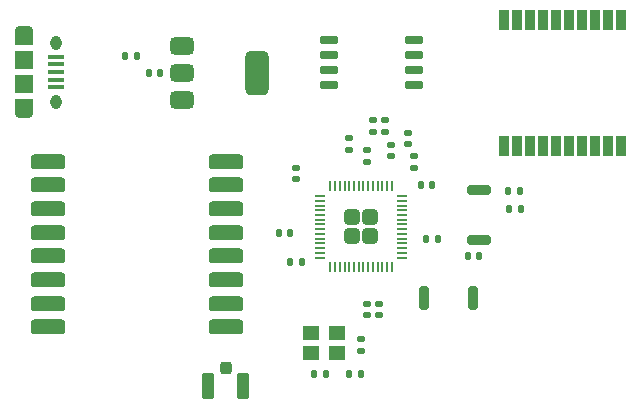
<source format=gbr>
%TF.GenerationSoftware,KiCad,Pcbnew,8.0.4*%
%TF.CreationDate,2024-08-04T16:14:02-04:00*%
%TF.ProjectId,board,626f6172-642e-46b6-9963-61645f706362,rev?*%
%TF.SameCoordinates,Original*%
%TF.FileFunction,Paste,Top*%
%TF.FilePolarity,Positive*%
%FSLAX46Y46*%
G04 Gerber Fmt 4.6, Leading zero omitted, Abs format (unit mm)*
G04 Created by KiCad (PCBNEW 8.0.4) date 2024-08-04 16:14:02*
%MOMM*%
%LPD*%
G01*
G04 APERTURE LIST*
G04 Aperture macros list*
%AMRoundRect*
0 Rectangle with rounded corners*
0 $1 Rounding radius*
0 $2 $3 $4 $5 $6 $7 $8 $9 X,Y pos of 4 corners*
0 Add a 4 corners polygon primitive as box body*
4,1,4,$2,$3,$4,$5,$6,$7,$8,$9,$2,$3,0*
0 Add four circle primitives for the rounded corners*
1,1,$1+$1,$2,$3*
1,1,$1+$1,$4,$5*
1,1,$1+$1,$6,$7*
1,1,$1+$1,$8,$9*
0 Add four rect primitives between the rounded corners*
20,1,$1+$1,$2,$3,$4,$5,0*
20,1,$1+$1,$4,$5,$6,$7,0*
20,1,$1+$1,$6,$7,$8,$9,0*
20,1,$1+$1,$8,$9,$2,$3,0*%
G04 Aperture macros list end*
%ADD10RoundRect,0.200000X0.800000X-0.200000X0.800000X0.200000X-0.800000X0.200000X-0.800000X-0.200000X0*%
%ADD11RoundRect,0.140000X-0.170000X0.140000X-0.170000X-0.140000X0.170000X-0.140000X0.170000X0.140000X0*%
%ADD12RoundRect,0.135000X-0.185000X0.135000X-0.185000X-0.135000X0.185000X-0.135000X0.185000X0.135000X0*%
%ADD13RoundRect,0.200000X0.200000X0.800000X-0.200000X0.800000X-0.200000X-0.800000X0.200000X-0.800000X0*%
%ADD14RoundRect,0.140000X0.140000X0.170000X-0.140000X0.170000X-0.140000X-0.170000X0.140000X-0.170000X0*%
%ADD15RoundRect,0.140000X0.170000X-0.140000X0.170000X0.140000X-0.170000X0.140000X-0.170000X-0.140000X0*%
%ADD16RoundRect,0.135000X-0.135000X-0.185000X0.135000X-0.185000X0.135000X0.185000X-0.135000X0.185000X0*%
%ADD17RoundRect,0.317500X-1.157500X-0.317500X1.157500X-0.317500X1.157500X0.317500X-1.157500X0.317500X0*%
%ADD18RoundRect,0.140000X-0.140000X-0.170000X0.140000X-0.170000X0.140000X0.170000X-0.140000X0.170000X0*%
%ADD19RoundRect,0.375000X-0.625000X-0.375000X0.625000X-0.375000X0.625000X0.375000X-0.625000X0.375000X0*%
%ADD20RoundRect,0.500000X-0.500000X-1.400000X0.500000X-1.400000X0.500000X1.400000X-0.500000X1.400000X0*%
%ADD21RoundRect,0.150000X-0.650000X-0.150000X0.650000X-0.150000X0.650000X0.150000X-0.650000X0.150000X0*%
%ADD22O,1.550000X0.890000*%
%ADD23O,0.950000X1.250000*%
%ADD24R,1.350000X0.400000*%
%ADD25R,1.550000X1.200000*%
%ADD26R,1.550000X1.500000*%
%ADD27R,0.900000X1.800000*%
%ADD28RoundRect,0.249999X-0.395001X-0.395001X0.395001X-0.395001X0.395001X0.395001X-0.395001X0.395001X0*%
%ADD29RoundRect,0.050000X-0.387500X-0.050000X0.387500X-0.050000X0.387500X0.050000X-0.387500X0.050000X0*%
%ADD30RoundRect,0.050000X-0.050000X-0.387500X0.050000X-0.387500X0.050000X0.387500X-0.050000X0.387500X0*%
%ADD31R,1.400000X1.200000*%
%ADD32RoundRect,0.135000X0.135000X0.185000X-0.135000X0.185000X-0.135000X-0.185000X0.135000X-0.185000X0*%
%ADD33RoundRect,0.250000X-0.250000X0.275000X-0.250000X-0.275000X0.250000X-0.275000X0.250000X0.275000X0*%
%ADD34RoundRect,0.250000X-0.275000X0.850000X-0.275000X-0.850000X0.275000X-0.850000X0.275000X0.850000X0*%
G04 APERTURE END LIST*
D10*
%TO.C,SW1*%
X82000000Y-51100000D03*
X82000000Y-46900000D03*
%TD*%
D11*
%TO.C,C5*%
X66500000Y-45020000D03*
X66500000Y-45980000D03*
%TD*%
D12*
%TO.C,R2*%
X73000000Y-40980000D03*
X73000000Y-42000000D03*
%TD*%
D13*
%TO.C,SW2*%
X81500000Y-56000000D03*
X77300000Y-56000000D03*
%TD*%
D14*
%TO.C,C15*%
X69000000Y-62500000D03*
X68040000Y-62500000D03*
%TD*%
D15*
%TO.C,C16*%
X72000000Y-60480000D03*
X72000000Y-59520000D03*
%TD*%
D16*
%TO.C,R8*%
X65980000Y-53000000D03*
X67000000Y-53000000D03*
%TD*%
D17*
%TO.C,U4*%
X45475000Y-44500000D03*
X45475000Y-46500000D03*
X45475000Y-48500000D03*
X45475000Y-50500000D03*
X45475000Y-52500000D03*
X45475000Y-54500000D03*
X45475000Y-56500000D03*
X45475000Y-58500000D03*
X60525000Y-58500000D03*
X60525000Y-56500000D03*
X60525000Y-54500000D03*
X60525000Y-52500000D03*
X60525000Y-50500000D03*
X60525000Y-48500000D03*
X60525000Y-46500000D03*
X60525000Y-44500000D03*
%TD*%
D11*
%TO.C,C9*%
X73500000Y-56540000D03*
X73500000Y-57500000D03*
%TD*%
D15*
%TO.C,C11*%
X74500000Y-44000000D03*
X74500000Y-43040000D03*
%TD*%
D18*
%TO.C,C12*%
X52040000Y-35500000D03*
X53000000Y-35500000D03*
%TD*%
D19*
%TO.C,U3*%
X56850000Y-34700000D03*
X56850000Y-37000000D03*
D20*
X63150000Y-37000000D03*
D19*
X56850000Y-39300000D03*
%TD*%
D14*
%TO.C,C1*%
X78000000Y-46500000D03*
X77040000Y-46500000D03*
%TD*%
D21*
%TO.C,U2*%
X69300000Y-34190000D03*
X69300000Y-35460000D03*
X69300000Y-36730000D03*
X69300000Y-38000000D03*
X76500000Y-38000000D03*
X76500000Y-36730000D03*
X76500000Y-35460000D03*
X76500000Y-34190000D03*
%TD*%
D12*
%TO.C,R1*%
X73990000Y-40980000D03*
X73990000Y-42000000D03*
%TD*%
D16*
%TO.C,R7*%
X70980000Y-62500000D03*
X72000000Y-62500000D03*
%TD*%
D22*
%TO.C,J4*%
X43500000Y-33400000D03*
D23*
X46200000Y-34400000D03*
X46200000Y-39400000D03*
D22*
X43500000Y-40400000D03*
D24*
X46200000Y-35600000D03*
X46200000Y-36250000D03*
X46200000Y-36900000D03*
X46200000Y-37550000D03*
X46200000Y-38200000D03*
D25*
X43500000Y-34000000D03*
D26*
X43500000Y-35900000D03*
X43500000Y-37900000D03*
D25*
X43500000Y-39800000D03*
%TD*%
D27*
%TO.C,U5*%
X94000000Y-32500500D03*
X92900000Y-32500000D03*
X91800000Y-32500000D03*
X90700000Y-32500000D03*
X89600000Y-32500000D03*
X88500000Y-32500000D03*
X87400000Y-32500000D03*
X86300000Y-32500000D03*
X85200000Y-32500000D03*
X84100000Y-32500000D03*
X84100000Y-43128000D03*
X85200000Y-43128000D03*
X86300000Y-43128000D03*
X87400000Y-43128000D03*
X88500000Y-43128000D03*
X89600000Y-43128000D03*
X90700000Y-43128000D03*
X91800000Y-43128000D03*
X92900000Y-43128000D03*
X94000000Y-43128000D03*
%TD*%
D14*
%TO.C,C13*%
X54980000Y-37000000D03*
X54020000Y-37000000D03*
%TD*%
D28*
%TO.C,U1*%
X71200000Y-49200000D03*
X71200000Y-50800000D03*
X72800000Y-49200000D03*
X72800000Y-50800000D03*
D29*
X68562500Y-47400000D03*
X68562500Y-47800000D03*
X68562500Y-48200000D03*
X68562500Y-48600000D03*
X68562500Y-49000000D03*
X68562500Y-49400000D03*
X68562500Y-49800000D03*
X68562500Y-50200000D03*
X68562500Y-50600000D03*
X68562500Y-51000000D03*
X68562500Y-51400000D03*
X68562500Y-51800000D03*
X68562500Y-52200000D03*
X68562500Y-52600000D03*
D30*
X69400000Y-53437500D03*
X69800000Y-53437500D03*
X70200000Y-53437500D03*
X70600000Y-53437500D03*
X71000000Y-53437500D03*
X71400000Y-53437500D03*
X71800000Y-53437500D03*
X72200000Y-53437500D03*
X72600000Y-53437500D03*
X73000000Y-53437500D03*
X73400000Y-53437500D03*
X73800000Y-53437500D03*
X74200000Y-53437500D03*
X74600000Y-53437500D03*
D29*
X75437500Y-52600000D03*
X75437500Y-52200000D03*
X75437500Y-51800000D03*
X75437500Y-51400000D03*
X75437500Y-51000000D03*
X75437500Y-50600000D03*
X75437500Y-50200000D03*
X75437500Y-49800000D03*
X75437500Y-49400000D03*
X75437500Y-49000000D03*
X75437500Y-48600000D03*
X75437500Y-48200000D03*
X75437500Y-47800000D03*
X75437500Y-47400000D03*
D30*
X74600000Y-46562500D03*
X74200000Y-46562500D03*
X73800000Y-46562500D03*
X73400000Y-46562500D03*
X73000000Y-46562500D03*
X72600000Y-46562500D03*
X72200000Y-46562500D03*
X71800000Y-46562500D03*
X71400000Y-46562500D03*
X71000000Y-46562500D03*
X70600000Y-46562500D03*
X70200000Y-46562500D03*
X69800000Y-46562500D03*
X69400000Y-46562500D03*
%TD*%
D18*
%TO.C,C4*%
X65020000Y-50500000D03*
X65980000Y-50500000D03*
%TD*%
D14*
%TO.C,C2*%
X78480000Y-51000000D03*
X77520000Y-51000000D03*
%TD*%
D16*
%TO.C,R6*%
X84480000Y-47000000D03*
X85500000Y-47000000D03*
%TD*%
D31*
%TO.C,Y1*%
X67800000Y-60700000D03*
X70000000Y-60700000D03*
X70000000Y-59000000D03*
X67800000Y-59000000D03*
%TD*%
D11*
%TO.C,C6*%
X72500000Y-43520000D03*
X72500000Y-44480000D03*
%TD*%
%TO.C,C7*%
X76500000Y-44040000D03*
X76500000Y-45000000D03*
%TD*%
D15*
%TO.C,C8*%
X76000000Y-43000000D03*
X76000000Y-42040000D03*
%TD*%
D32*
%TO.C,R5*%
X85510000Y-48500000D03*
X84490000Y-48500000D03*
%TD*%
D15*
%TO.C,C10*%
X71000000Y-43480000D03*
X71000000Y-42520000D03*
%TD*%
%TO.C,C3*%
X72500000Y-57500000D03*
X72500000Y-56540000D03*
%TD*%
D18*
%TO.C,C14*%
X81020000Y-52500000D03*
X81980000Y-52500000D03*
%TD*%
D33*
%TO.C,J1*%
X60525000Y-61975000D03*
D34*
X62000000Y-63500000D03*
X59050000Y-63500000D03*
%TD*%
M02*

</source>
